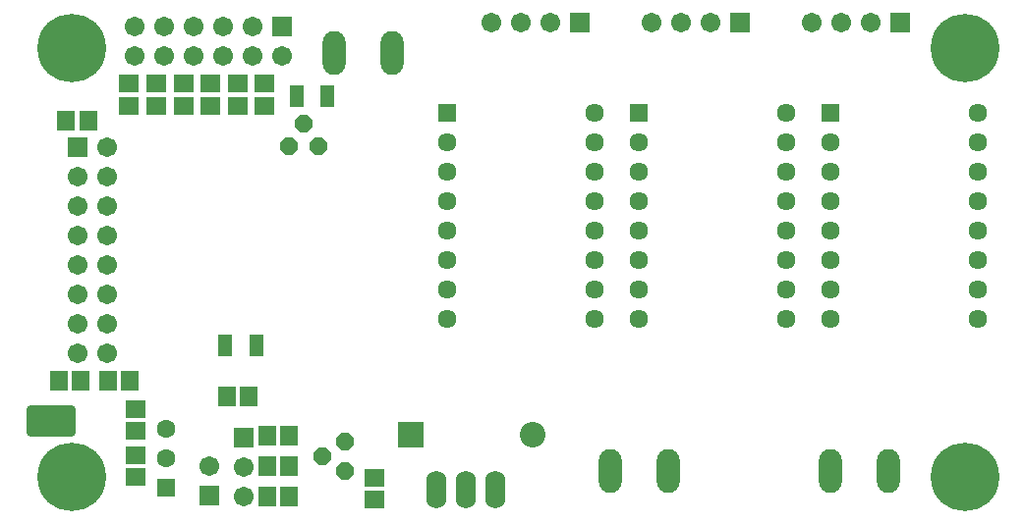
<source format=gbs>
G04*
G04 #@! TF.GenerationSoftware,Altium Limited,Altium Designer,19.1.7 (138)*
G04*
G04 Layer_Color=16711935*
%FSLAX25Y25*%
%MOIN*%
G70*
G01*
G75*
%ADD18R,0.05918X0.06706*%
%ADD20R,0.05131X0.07493*%
%ADD22R,0.06706X0.05918*%
G04:AMPARAMS|DCode=25|XSize=165.48mil|YSize=106.42mil|CornerRadius=13.84mil|HoleSize=0mil|Usage=FLASHONLY|Rotation=180.000|XOffset=0mil|YOffset=0mil|HoleType=Round|Shape=RoundedRectangle|*
%AMROUNDEDRECTD25*
21,1,0.16548,0.07874,0,0,180.0*
21,1,0.13780,0.10642,0,0,180.0*
1,1,0.02769,-0.06890,0.03937*
1,1,0.02769,0.06890,0.03937*
1,1,0.02769,0.06890,-0.03937*
1,1,0.02769,-0.06890,-0.03937*
%
%ADD25ROUNDEDRECTD25*%
%ADD26C,0.06312*%
%ADD27R,0.06312X0.06312*%
%ADD28C,0.06706*%
%ADD29R,0.06706X0.06706*%
%ADD30P,0.06494X8X22.5*%
%ADD31P,0.06494X8X112.5*%
%ADD32O,0.06800X0.12800*%
%ADD33O,0.07850X0.14900*%
%ADD34R,0.06706X0.06706*%
%ADD35C,0.06343*%
%ADD36R,0.06343X0.06343*%
%ADD37R,0.08674X0.08674*%
%ADD38C,0.08674*%
%ADD39C,0.23241*%
D18*
X218110Y306299D02*
D03*
X210630D02*
D03*
X215748Y217913D02*
D03*
X208268D02*
D03*
X278937Y188976D02*
D03*
X286417D02*
D03*
Y178347D02*
D03*
X278937D02*
D03*
X286417Y199213D02*
D03*
X278937D02*
D03*
X224803Y217913D02*
D03*
X232283D02*
D03*
X272638Y212598D02*
D03*
X265158D02*
D03*
D20*
X288779Y314370D02*
D03*
X299410D02*
D03*
X275394Y229921D02*
D03*
X264764D02*
D03*
D22*
X234252Y192520D02*
D03*
Y185039D02*
D03*
Y208268D02*
D03*
Y200787D02*
D03*
X241339Y311221D02*
D03*
Y318701D02*
D03*
X232087Y311221D02*
D03*
Y318701D02*
D03*
X278000Y311221D02*
D03*
Y318701D02*
D03*
X268898D02*
D03*
Y311221D02*
D03*
X259646D02*
D03*
Y318701D02*
D03*
X250590D02*
D03*
Y311221D02*
D03*
X315354Y184843D02*
D03*
Y177362D02*
D03*
D25*
X205709Y204331D02*
D03*
D26*
X244488Y201535D02*
D03*
Y191535D02*
D03*
D27*
Y181535D02*
D03*
D28*
X233976Y338189D02*
D03*
Y328189D02*
D03*
X243976D02*
D03*
Y338189D02*
D03*
X253976Y328189D02*
D03*
Y338189D02*
D03*
X263976Y328189D02*
D03*
Y338189D02*
D03*
X273976Y328189D02*
D03*
Y338189D02*
D03*
X283976Y328189D02*
D03*
X259223Y188750D02*
D03*
X270866Y178583D02*
D03*
Y188583D02*
D03*
X483500Y339500D02*
D03*
X473500D02*
D03*
X463500D02*
D03*
X409370D02*
D03*
X419370D02*
D03*
X429370D02*
D03*
X375000D02*
D03*
X365000D02*
D03*
X355000D02*
D03*
X224500Y297244D02*
D03*
X214500Y287244D02*
D03*
X224500D02*
D03*
X214500Y277244D02*
D03*
X224500D02*
D03*
X214500Y267244D02*
D03*
X224500D02*
D03*
X214500Y257244D02*
D03*
X224500D02*
D03*
X214500Y247244D02*
D03*
X224500D02*
D03*
X214500Y237244D02*
D03*
X224500D02*
D03*
X214500Y227244D02*
D03*
X224500D02*
D03*
D29*
X283976Y338189D02*
D03*
X493500Y339500D02*
D03*
X439370D02*
D03*
X385000D02*
D03*
D30*
X296339Y297638D02*
D03*
X291339Y305138D02*
D03*
X286339Y297638D02*
D03*
D31*
X305118Y187126D02*
D03*
X297618Y192126D02*
D03*
X305118Y197126D02*
D03*
D32*
X336221Y180709D02*
D03*
X346220D02*
D03*
X356221D02*
D03*
D33*
X395275Y187126D02*
D03*
X414961D02*
D03*
X489764D02*
D03*
X470078D02*
D03*
X321260Y329016D02*
D03*
X301574D02*
D03*
D34*
X259223Y178750D02*
D03*
X270866Y198583D02*
D03*
X214500Y297244D02*
D03*
D35*
X519988Y269000D02*
D03*
Y259000D02*
D03*
Y279000D02*
D03*
Y289000D02*
D03*
X469988Y239000D02*
D03*
X519988D02*
D03*
Y299000D02*
D03*
X469988D02*
D03*
Y289000D02*
D03*
Y279000D02*
D03*
Y269000D02*
D03*
Y259000D02*
D03*
Y249000D02*
D03*
X519988D02*
D03*
Y309000D02*
D03*
X454961D02*
D03*
Y249000D02*
D03*
X404961D02*
D03*
Y259000D02*
D03*
Y269000D02*
D03*
Y279000D02*
D03*
Y289000D02*
D03*
Y299000D02*
D03*
X454961D02*
D03*
Y239000D02*
D03*
X404961D02*
D03*
X454961Y289000D02*
D03*
Y279000D02*
D03*
Y259000D02*
D03*
Y269000D02*
D03*
X390000D02*
D03*
Y259000D02*
D03*
Y279000D02*
D03*
Y289000D02*
D03*
X340000Y239000D02*
D03*
X390000D02*
D03*
Y299000D02*
D03*
X340000D02*
D03*
Y289000D02*
D03*
Y279000D02*
D03*
Y269000D02*
D03*
Y259000D02*
D03*
Y249000D02*
D03*
X390000D02*
D03*
Y309000D02*
D03*
D36*
X469988D02*
D03*
X404961D02*
D03*
X340000D02*
D03*
D37*
X327716Y199606D02*
D03*
D38*
X368898D02*
D03*
D39*
X515748Y330709D02*
D03*
Y185039D02*
D03*
X212598D02*
D03*
Y330709D02*
D03*
M02*

</source>
